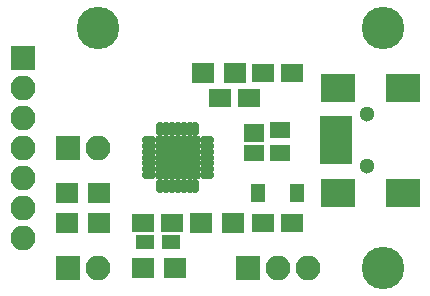
<source format=gbr>
G04 #@! TF.FileFunction,Soldermask,Top*
%FSLAX46Y46*%
G04 Gerber Fmt 4.6, Leading zero omitted, Abs format (unit mm)*
G04 Created by KiCad (PCBNEW 4.0.7) date 11/13/18 10:50:41*
%MOMM*%
%LPD*%
G01*
G04 APERTURE LIST*
%ADD10C,0.100000*%
%ADD11R,2.700000X0.900000*%
%ADD12R,2.900000X2.400000*%
%ADD13C,1.300000*%
%ADD14O,1.250000X0.700000*%
%ADD15O,0.700000X1.250000*%
%ADD16R,2.075000X2.075000*%
%ADD17C,3.600000*%
%ADD18R,1.900000X1.650000*%
%ADD19R,1.300000X1.600000*%
%ADD20R,2.100000X2.100000*%
%ADD21O,2.100000X2.100000*%
%ADD22R,1.900000X1.700000*%
%ADD23R,1.600000X1.300000*%
%ADD24R,1.800000X1.600000*%
%ADD25R,1.800000X1.400000*%
G04 APERTURE END LIST*
D10*
D11*
X172620000Y-108910000D03*
X172620000Y-108110000D03*
X172620000Y-107310000D03*
X172620000Y-106510000D03*
X172620000Y-105710000D03*
D12*
X172720000Y-111760000D03*
X178220000Y-111760000D03*
X172720000Y-102860000D03*
X178220000Y-102860000D03*
D13*
X175220000Y-109510000D03*
X175220000Y-105110000D03*
D14*
X161632500Y-110287500D03*
X161632500Y-109787500D03*
X161632500Y-109287500D03*
X161632500Y-108787500D03*
X161632500Y-108287500D03*
X161632500Y-107787500D03*
X161632500Y-107287500D03*
D15*
X160682500Y-106337500D03*
X160182500Y-106337500D03*
X159682500Y-106337500D03*
X159182500Y-106337500D03*
X158682500Y-106337500D03*
X158182500Y-106337500D03*
X157682500Y-106337500D03*
D14*
X156732500Y-107287500D03*
X156732500Y-107787500D03*
X156732500Y-108287500D03*
X156732500Y-108787500D03*
X156732500Y-109287500D03*
X156732500Y-109787500D03*
X156732500Y-110287500D03*
D15*
X157682500Y-111237500D03*
X158182500Y-111237500D03*
X158682500Y-111237500D03*
X159182500Y-111237500D03*
X159682500Y-111237500D03*
X160182500Y-111237500D03*
X160682500Y-111237500D03*
D16*
X158345000Y-107950000D03*
X158345000Y-109625000D03*
X160020000Y-107950000D03*
X160020000Y-109625000D03*
D17*
X152400000Y-97790000D03*
X176530000Y-118110000D03*
D18*
X158710000Y-114300000D03*
X156210000Y-114300000D03*
X166390000Y-101600000D03*
X168890000Y-101600000D03*
X168890000Y-114300000D03*
X166390000Y-114300000D03*
D19*
X165990000Y-111760000D03*
X169290000Y-111760000D03*
D20*
X149860000Y-107950000D03*
D21*
X152400000Y-107950000D03*
D20*
X149860000Y-118110000D03*
D21*
X152400000Y-118110000D03*
D20*
X165100000Y-118110000D03*
D21*
X167640000Y-118110000D03*
X170180000Y-118110000D03*
D20*
X146050000Y-100330000D03*
D21*
X146050000Y-102870000D03*
X146050000Y-105410000D03*
X146050000Y-107950000D03*
X146050000Y-110490000D03*
X146050000Y-113030000D03*
X146050000Y-115570000D03*
D22*
X152480000Y-114300000D03*
X149780000Y-114300000D03*
X163830000Y-114300000D03*
X161130000Y-114300000D03*
X152480000Y-111760000D03*
X149780000Y-111760000D03*
X158910000Y-118110000D03*
X156210000Y-118110000D03*
X163990000Y-101600000D03*
X161290000Y-101600000D03*
D17*
X176530000Y-97790000D03*
D18*
X162740000Y-103770000D03*
X165240000Y-103770000D03*
D23*
X156380000Y-115951000D03*
X158580000Y-115951000D03*
D24*
X165651000Y-106672000D03*
D25*
X165651000Y-108392000D03*
X167851000Y-108392000D03*
X167851000Y-106492000D03*
M02*

</source>
